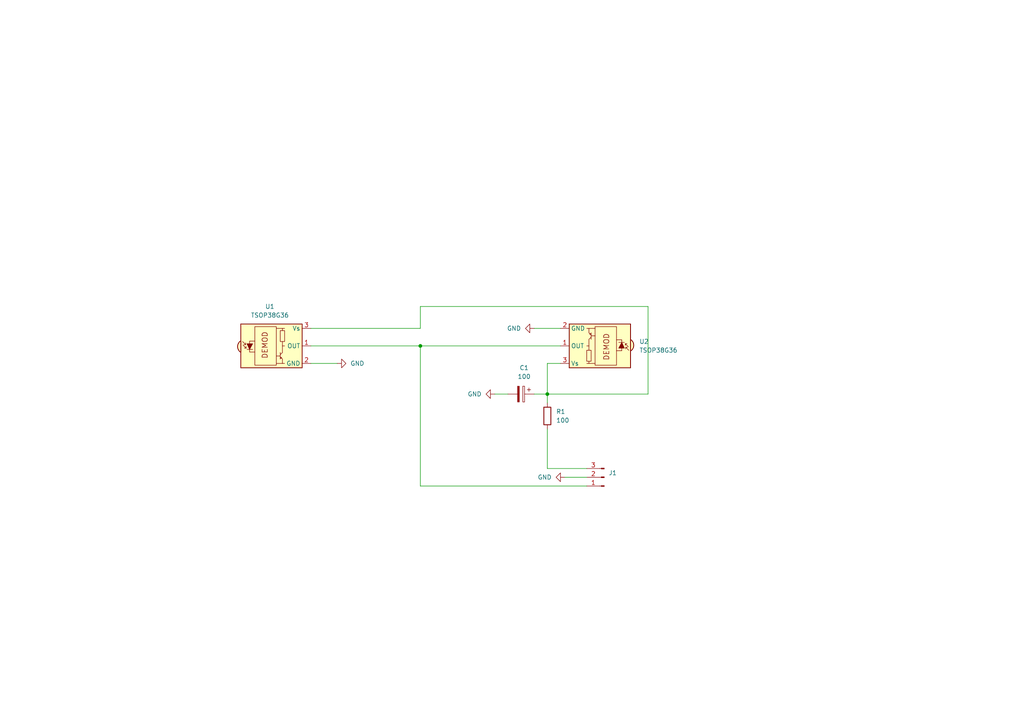
<source format=kicad_sch>
(kicad_sch (version 20211123) (generator eeschema)
  (paper "A4")
  (lib_symbols
    (symbol "Connector:Conn_01x03_Male" (pin_names (offset 1.016) hide)
      (property "Reference" "J" (at 0 5.08 0))
      (property "Value" "Conn_01x03_Male" (at 0 -5.08 0))
      (symbol "Conn_01x03_Male_1_1"
        (polyline (pts (xy 1.27 -2.54) (xy 0.8636 -2.54)) (stroke (width 0.1524)))
        (polyline (pts (xy 1.27 0) (xy 0.8636 0)) (stroke (width 0.1524)))
        (polyline (pts (xy 1.27 2.54) (xy 0.8636 2.54)) (stroke (width 0.1524)))
        (rectangle (start 0.8636 -2.413) (end 0 -2.667) (stroke (width 0.1524)) (fill (type outline)))
        (rectangle (start 0.8636 0.127) (end 0 -0.127) (stroke (width 0.1524)) (fill (type outline)))
        (rectangle (start 0.8636 2.667) (end 0 2.413) (stroke (width 0.1524)) (fill (type outline)))
        (pin passive line (at 5.08 2.54 180) (length 3.81) (name "Pin_1") (number "1"))
        (pin passive line (at 5.08 0 180) (length 3.81) (name "Pin_2") (number "2"))
        (pin passive line (at 5.08 -2.54 180) (length 3.81) (name "Pin_3") (number "3"))
      )
    )
    (symbol "Device:C_Polarized" (pin_numbers hide) (pin_names (offset 0.254))
      (property "Reference" "C" (at 0.635 2.54 0))
      (property "Value" "C_Polarized" (at 0.635 -2.54 0))
      (symbol "C_Polarized_0_1"
        (rectangle (start -2.286 0.508) (end 2.286 1.016))
        (polyline (pts (xy -1.778 2.286) (xy -0.762 2.286)))
        (polyline (pts (xy -1.27 2.794) (xy -1.27 1.778)))
        (rectangle (start 2.286 -0.508) (end -2.286 -1.016) (fill (type outline)))
      )
      (symbol "C_Polarized_1_1"
        (pin passive line (at 0 3.81 270) (length 2.794) (name "~") (number "1"))
        (pin passive line (at 0 -3.81 90) (length 2.794) (name "~") (number "2"))
      )
    )
    (symbol "Device:R" (pin_numbers hide) (pin_names (offset 0))
      (property "Reference" "R" (at 2.032 0 90))
      (property "Value" "R" (at 0 0 90))
      (symbol "R_0_1"
        (rectangle (start -1.016 -2.54) (end 1.016 2.54) (stroke (width 0.254)))
      )
      (symbol "R_1_1"
        (pin passive line (at 0 3.81 270) (length 1.27) (name "~") (number "1"))
        (pin passive line (at 0 -3.81 90) (length 1.27) (name "~") (number "2"))
      )
    )
    (symbol "Interface_Optical:TSOP38G36"
      (property "Reference" "U" (at -10.16 7.62 0))
      (property "Value" "TSOP38G36" (at -10.16 -7.62 0))
      (symbol "TSOP38G36_0_0"
        (arc (start -10.287 1.397) (mid -11.0899 -0.1905) (end -10.287 -1.778) (stroke (width 0.254)) (fill (type background)))
        (polyline (pts (xy 1.905 -5.08) (xy 0.127 -5.08)))
        (polyline (pts (xy 1.905 5.08) (xy 0.127 5.08)))
        (text "DEMOD" (at -3.175 0.254 900) (effects (font (size 1.524 1.524))))
      )
      (symbol "TSOP38G36_0_1"
        (rectangle (start -6.096 5.588) (end 0.127 -5.588))
        (polyline (pts (xy -8.763 0.381) (xy -9.652 1.27)))
        (polyline (pts (xy -8.763 0.381) (xy -9.271 0.381)))
        (polyline (pts (xy -8.763 0.381) (xy -8.763 0.889)))
        (polyline (pts (xy -8.636 -0.635) (xy -9.525 0.254)))
        (polyline (pts (xy -8.636 -0.635) (xy -9.144 -0.635)))
        (polyline (pts (xy -8.636 -0.635) (xy -8.636 -0.127)))
        (polyline (pts (xy -8.382 -1.016) (xy -6.731 -1.016)))
        (polyline (pts (xy 1.27 -2.921) (xy 0.127 -2.921)))
        (polyline (pts (xy 1.27 -1.905) (xy 1.27 -3.81)))
        (polyline (pts (xy 1.397 -3.556) (xy 1.524 -3.556)))
        (polyline (pts (xy 1.651 -3.556) (xy 1.524 -3.556)))
        (polyline (pts (xy 1.651 -3.556) (xy 1.651 -3.302)))
        (polyline (pts (xy 1.905 0) (xy 1.905 1.27)))
        (polyline (pts (xy 1.905 4.445) (xy 1.905 5.08) (xy 2.54 5.08)))
        (polyline (pts (xy -8.382 0.635) (xy -6.731 0.635) (xy -7.62 -1.016) (xy -8.382 0.635)) (fill (type outline)))
        (polyline (pts (xy -6.096 1.397) (xy -7.62 1.397) (xy -7.62 -1.778) (xy -6.096 -1.778)))
        (polyline (pts (xy 1.27 -3.175) (xy 1.905 -3.81) (xy 1.905 -5.08) (xy 2.54 -5.08)))
        (polyline (pts (xy 1.27 -2.54) (xy 1.905 -1.905) (xy 1.905 0) (xy 2.54 0)))
        (rectangle (start 2.54 1.27) (end 1.27 4.445))
        (rectangle (start 7.62 6.35) (end -10.16 -6.35) (stroke (width 0.254)) (fill (type background)))
      )
      (symbol "TSOP38G36_1_1"
        (pin output line (at 10.16 0 180) (length 2.54) (name "OUT") (number "1"))
        (pin power_in line (at 10.16 -5.08 180) (length 2.54) (name "GND") (number "2"))
        (pin power_in line (at 10.16 5.08 180) (length 2.54) (name "Vs") (number "3"))
      )
    )
    (symbol "power:GND" (power) (pin_names (offset 0))
      (property "Value" "GND" (at 0 -3.81 0))
      (symbol "GND_0_1"
        (polyline (pts (xy 0 0) (xy 0 -1.27) (xy 1.27 -1.27) (xy 0 -2.54) (xy -1.27 -1.27) (xy 0 -1.27)))
      )
      (symbol "GND_1_1"
        (pin power_in line (at 0 0 270) (length 0) hide (name "GND") (number "1"))
      )
    )
  )
  (junction (at 121.92 100.33))
  (junction (at 158.75 114.3))
  (wire (pts (xy 187.96 88.9) (xy 187.96 114.3)))
  (wire (pts (xy 143.51 114.3) (xy 147.32 114.3)))
  (wire (pts (xy 158.75 105.41) (xy 158.75 114.3)))
  (wire (pts (xy 90.17 105.41) (xy 97.79 105.41)))
  (wire (pts (xy 121.92 140.97) (xy 170.18 140.97)))
  (wire (pts (xy 158.75 124.46) (xy 158.75 135.89)))
  (wire (pts (xy 158.75 105.41) (xy 162.56 105.41)))
  (wire (pts (xy 187.96 114.3) (xy 158.75 114.3)))
  (wire (pts (xy 90.17 95.25) (xy 121.92 95.25)))
  (wire (pts (xy 158.75 114.3) (xy 158.75 116.84)))
  (wire (pts (xy 121.92 100.33) (xy 162.56 100.33)))
  (wire (pts (xy 90.17 100.33) (xy 121.92 100.33)))
  (wire (pts (xy 121.92 140.97) (xy 121.92 100.33)))
  (wire (pts (xy 121.92 88.9) (xy 187.96 88.9)))
  (wire (pts (xy 154.94 114.3) (xy 158.75 114.3)))
  (wire (pts (xy 154.94 95.25) (xy 162.56 95.25)))
  (wire (pts (xy 170.18 135.89) (xy 158.75 135.89)))
  (wire (pts (xy 163.83 138.43) (xy 170.18 138.43)))
  (wire (pts (xy 121.92 95.25) (xy 121.92 88.9)))
  (symbol (lib_id "power:GND") (at 97.79 105.41 90) (unit 1)
    (property "Reference" "#PWR_FLAG0102" (effects hide))
    (property "Value" "GND" (at 101.6 105.4099 90) (effects (justify right)))
  )
  (symbol (lib_id "Interface_Optical:TSOP38G36") (at 80.01 100.33 0) (unit 1)
    (property "Reference" "U1" (at 78.275 88.9 0))
    (property "Value" "TSOP38G36" (at 78.275 91.44 0))
    (property "Footprint" "OptoDevice:Vishay_MINICAST-3Pin" (effects hide))
    (property "Datasheet" "http://www.vishay.com/docs/82731/tsop38g36.pdf" (effects hide))
  )
  (symbol (lib_id "power:GND") (at 154.94 95.25 270) (unit 1)
    (property "Reference" "#PWR_FLAG0101" (effects hide))
    (property "Value" "GND" (at 151.13 95.2499 90) (effects (justify right)))
  )
  (symbol (lib_id "power:GND") (at 143.51 114.3 270) (unit 1)
    (property "Reference" "#PWR0101" (effects hide))
    (property "Value" "GND" (at 139.7 114.2999 90) (effects (justify right)))
  )
  (symbol (lib_id "Interface_Optical:TSOP38G36") (at 172.72 100.33 180) (unit 1)
    (property "Reference" "U2" (at 185.42 99.0599 0) (effects (justify right)))
    (property "Value" "TSOP38G36" (at 185.42 101.5999 0) (effects (justify right)))
    (property "Footprint" "OptoDevice:Vishay_MINICAST-3Pin" (effects hide))
    (property "Datasheet" "http://www.vishay.com/docs/82731/tsop38g36.pdf" (effects hide))
  )
  (symbol (lib_id "Device:C_Polarized") (at 151.13 114.3 270) (unit 1)
    (property "Reference" "C1" (at 152.019 106.68 90))
    (property "Value" "100" (at 152.019 109.22 90))
    (property "Footprint" "Capacitor_THT:CP_Radial_D5.0mm_P2.50mm" (effects hide))
  )
  (symbol (lib_id "Device:R") (at 158.75 120.65 0) (unit 1)
    (property "Reference" "R1" (at 161.29 119.3799 0) (effects (justify left)))
    (property "Value" "100" (at 161.29 121.9199 0) (effects (justify left)))
    (property "Footprint" "Resistor_THT:R_Axial_DIN0204_L3.6mm_D1.6mm_P7.62mm_Horizontal" (effects hide))
  )
  (symbol (lib_id "power:GND") (at 163.83 138.43 270) (unit 1)
    (property "Reference" "#PWR0102" (effects hide))
    (property "Value" "GND" (at 160.02 138.4299 90) (effects (justify right)))
  )
  (symbol (lib_id "Connector:Conn_01x03_Male") (at 175.26 138.43 180) (unit 1)
    (property "Reference" "J1" (at 176.53 137.1599 0) (effects (justify right)))
    (property "Value" "Conn_01x03_Male" (effects hide))
    (property "Footprint" "Connector_Molex:Molex_KK-254_AE-6410-03A_1x03_P2.54mm_Vertical" (effects hide))
  )
)
</source>
